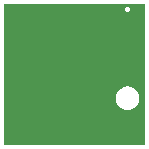
<source format=gbr>
G04 DipTrace 3.3.1.3*
G04 Bottom.gbr*
%MOMM*%
G04 #@! TF.FileFunction,Copper,L2,Bot*
G04 #@! TF.Part,Single*
%FSLAX35Y35*%
G04*
G71*
G90*
G75*
G01*
G04 Bottom*
%LPD*%
G36*
X1050000Y1171000D2*
Y1200000D1*
X0D1*
Y0D1*
X1200000D1*
Y400000D1*
X1150000D1*
X1149452Y389547D1*
X1147815Y379209D1*
X1145106Y369098D1*
X1141355Y359326D1*
X1136603Y350000D1*
X1130902Y341221D1*
X1124314Y333087D1*
X1116913Y325686D1*
X1108779Y319098D1*
X1100000Y313397D1*
X1090674Y308645D1*
X1080902Y304894D1*
X1070791Y302185D1*
X1060453Y300548D1*
X1050000Y300000D1*
X1039547Y300548D1*
X1029209Y302185D1*
X1019098Y304894D1*
X1009326Y308645D1*
X1000000Y313397D1*
X991221Y319098D1*
X983087Y325686D1*
X975686Y333087D1*
X969098Y341221D1*
X963397Y350000D1*
X958645Y359326D1*
X954894Y369098D1*
X952185Y379209D1*
X950548Y389547D1*
X950000Y400000D1*
X950548Y410453D1*
X952185Y420791D1*
X954894Y430902D1*
X958645Y440674D1*
X963397Y450000D1*
X969098Y458779D1*
X975686Y466913D1*
X983087Y474314D1*
X991221Y480902D1*
X1000000Y486603D1*
X1009326Y491355D1*
X1019098Y495106D1*
X1029209Y497815D1*
X1039547Y499452D1*
X1050000Y500000D1*
X1060453Y499452D1*
X1070791Y497815D1*
X1080902Y495106D1*
X1090674Y491355D1*
X1100000Y486603D1*
X1108779Y480902D1*
X1116913Y474314D1*
X1124314Y466913D1*
X1130902Y458779D1*
X1136603Y450000D1*
X1141355Y440674D1*
X1145106Y430902D1*
X1147815Y420791D1*
X1149452Y410453D1*
X1150000Y400000D1*
X1200000D1*
Y1200000D1*
X1050000D1*
Y1171000D1*
X1052195Y1170885D1*
X1054366Y1170541D1*
X1056489Y1169972D1*
X1058541Y1169185D1*
X1060500Y1168187D1*
X1062343Y1166989D1*
X1064052Y1165606D1*
X1065606Y1164052D1*
X1066989Y1162344D1*
X1068186Y1160500D1*
X1069184Y1158541D1*
X1069972Y1156489D1*
X1070541Y1154366D1*
X1070885Y1152195D1*
X1071000Y1150000D1*
X1070885Y1147805D1*
X1070541Y1145634D1*
X1069972Y1143511D1*
X1069184Y1141459D1*
X1068186Y1139500D1*
X1066989Y1137657D1*
X1065606Y1135948D1*
X1064051Y1134394D1*
X1062343Y1133011D1*
X1060500Y1131814D1*
X1058541Y1130816D1*
X1056489Y1130028D1*
X1054366Y1129459D1*
X1052195Y1129115D1*
X1050000Y1129000D1*
X1047805Y1129115D1*
X1045633Y1129459D1*
X1043510Y1130028D1*
X1041458Y1130816D1*
X1039500Y1131814D1*
X1037656Y1133011D1*
X1035948Y1134394D1*
X1034394Y1135949D1*
X1033010Y1137657D1*
X1031813Y1139500D1*
X1030815Y1141459D1*
X1030027Y1143511D1*
X1029459Y1145634D1*
X1029115Y1147805D1*
X1029000Y1150001D1*
X1029115Y1152196D1*
X1029459Y1154367D1*
X1030028Y1156490D1*
X1030815Y1158542D1*
X1031813Y1160501D1*
X1033011Y1162344D1*
X1034394Y1164052D1*
X1035948Y1165607D1*
X1037656Y1166990D1*
X1039500Y1168187D1*
X1041458Y1169185D1*
X1043511Y1169973D1*
X1045634Y1170542D1*
X1047805Y1170885D1*
X1050000Y1171000D1*
G37*
M02*

</source>
